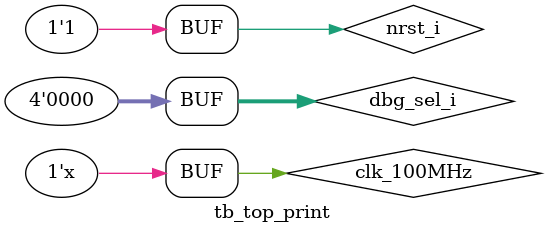
<source format=v>
`timescale 1ns/1ps
`define CLK_PERIOD 10
module tb_top_print;
  reg clk_100MHz, nrst_i;
  wire uarttx_ser_o;
  reg [3:0] dbg_sel_i;
  wire [7:0] dbg_disp_o; 

  top_print #(
    .BAUD_PER (10)
    ) UUT(
    .clk_100MHz   (clk_100MHz),
    .nrst_i       (nrst_i),
    .uarttx_ser_o (uarttx_ser_o),
    .dbg_sel_i    (dbg_sel_i),
    .dbg_disp_o   (dbg_disp_o)
    );

  always begin
    #(`CLK_PERIOD/2.0) clk_100MHz = ~clk_100MHz;
  end

  initial begin
    clk_100MHz = 0;
    nrst_i = 0;
    dbg_sel_i = 0;
    #(`CLK_PERIOD * 10) nrst_i = 1'b1;
    #(`CLK_PERIOD * 10);
  end
endmodule

</source>
